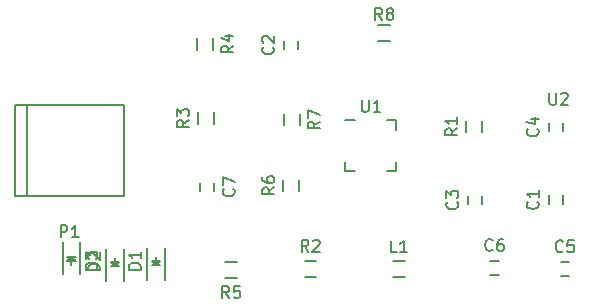
<source format=gto>
G04 #@! TF.FileFunction,Legend,Top*
%FSLAX46Y46*%
G04 Gerber Fmt 4.6, Leading zero omitted, Abs format (unit mm)*
G04 Created by KiCad (PCBNEW 4.0.0-rc1-stable) date 12/22/2015 11:03:48 PM*
%MOMM*%
G01*
G04 APERTURE LIST*
%ADD10C,0.100000*%
%ADD11C,0.150000*%
G04 APERTURE END LIST*
D10*
D11*
X101673660Y-110327440D02*
X101673660Y-118028720D01*
X100672900Y-110327440D02*
X100672900Y-118028720D01*
X100672900Y-118028720D02*
X109872780Y-118028720D01*
X109872780Y-118028720D02*
X109872780Y-110327440D01*
X109872780Y-110327440D02*
X100672900Y-110327440D01*
X118473600Y-123632600D02*
X119473600Y-123632600D01*
X119473600Y-124982600D02*
X118473600Y-124982600D01*
X145856400Y-118688600D02*
X145856400Y-117988600D01*
X147056400Y-117988600D02*
X147056400Y-118688600D01*
X123440900Y-105621000D02*
X123440900Y-104921000D01*
X124640900Y-104921000D02*
X124640900Y-105621000D01*
X139049200Y-118726700D02*
X139049200Y-118026700D01*
X140249200Y-118026700D02*
X140249200Y-118726700D01*
X145856400Y-112541800D02*
X145856400Y-111841800D01*
X147056400Y-111841800D02*
X147056400Y-112541800D01*
X146881800Y-123644100D02*
X147581800Y-123644100D01*
X147581800Y-124844100D02*
X146881800Y-124844100D01*
X140925500Y-123542500D02*
X141625500Y-123542500D01*
X141625500Y-124742500D02*
X140925500Y-124742500D01*
X117516200Y-116909800D02*
X117516200Y-117609800D01*
X116316200Y-117609800D02*
X116316200Y-116909800D01*
X113360900Y-125127820D02*
X113360900Y-122427820D01*
X111860900Y-125127820D02*
X111860900Y-122427820D01*
X112760900Y-123627820D02*
X112510900Y-123627820D01*
X112510900Y-123627820D02*
X112660900Y-123777820D01*
X112260900Y-123877820D02*
X112960900Y-123877820D01*
X112610900Y-123527820D02*
X112610900Y-123177820D01*
X112610900Y-123877820D02*
X112260900Y-123527820D01*
X112260900Y-123527820D02*
X112960900Y-123527820D01*
X112960900Y-123527820D02*
X112610900Y-123877820D01*
X109906500Y-125204020D02*
X109906500Y-122504020D01*
X108406500Y-125204020D02*
X108406500Y-122504020D01*
X109306500Y-123704020D02*
X109056500Y-123704020D01*
X109056500Y-123704020D02*
X109206500Y-123854020D01*
X108806500Y-123954020D02*
X109506500Y-123954020D01*
X109156500Y-123604020D02*
X109156500Y-123254020D01*
X109156500Y-123954020D02*
X108806500Y-123604020D01*
X108806500Y-123604020D02*
X109506500Y-123604020D01*
X109506500Y-123604020D02*
X109156500Y-123954020D01*
X104710800Y-121927820D02*
X104710800Y-124627820D01*
X106210800Y-121927820D02*
X106210800Y-124627820D01*
X105310800Y-123427820D02*
X105560800Y-123427820D01*
X105560800Y-123427820D02*
X105410800Y-123277820D01*
X105810800Y-123177820D02*
X105110800Y-123177820D01*
X105460800Y-123527820D02*
X105460800Y-123877820D01*
X105460800Y-123177820D02*
X105810800Y-123527820D01*
X105810800Y-123527820D02*
X105110800Y-123527820D01*
X105110800Y-123527820D02*
X105460800Y-123177820D01*
X133672200Y-124931800D02*
X132672200Y-124931800D01*
X132672200Y-123581800D02*
X133672200Y-123581800D01*
X140248000Y-111653700D02*
X140248000Y-112653700D01*
X138898000Y-112653700D02*
X138898000Y-111653700D01*
X126191900Y-124868300D02*
X125191900Y-124868300D01*
X125191900Y-123518300D02*
X126191900Y-123518300D01*
X117515000Y-110955200D02*
X117515000Y-111955200D01*
X116165000Y-111955200D02*
X116165000Y-110955200D01*
X116126900Y-105643300D02*
X116126900Y-104643300D01*
X117476900Y-104643300D02*
X117476900Y-105643300D01*
X124754000Y-116645500D02*
X124754000Y-117645500D01*
X123404000Y-117645500D02*
X123404000Y-116645500D01*
X123442100Y-112070200D02*
X123442100Y-111070200D01*
X124792100Y-111070200D02*
X124792100Y-112070200D01*
X132426900Y-104878500D02*
X131426900Y-104878500D01*
X131426900Y-103528500D02*
X132426900Y-103528500D01*
X132960000Y-111642000D02*
X132960000Y-112417000D01*
X128660000Y-115942000D02*
X128660000Y-115167000D01*
X132960000Y-115942000D02*
X132960000Y-115167000D01*
X128660000Y-111642000D02*
X129435000Y-111642000D01*
X128660000Y-115942000D02*
X129435000Y-115942000D01*
X132960000Y-115942000D02*
X132185000Y-115942000D01*
X132960000Y-111642000D02*
X132185000Y-111642000D01*
X104534745Y-121531641D02*
X104534745Y-120531641D01*
X104915698Y-120531641D01*
X105010936Y-120579260D01*
X105058555Y-120626879D01*
X105106174Y-120722117D01*
X105106174Y-120864974D01*
X105058555Y-120960212D01*
X105010936Y-121007831D01*
X104915698Y-121055450D01*
X104534745Y-121055450D01*
X106058555Y-121531641D02*
X105487126Y-121531641D01*
X105772840Y-121531641D02*
X105772840Y-120531641D01*
X105677602Y-120674498D01*
X105582364Y-120769736D01*
X105487126Y-120817355D01*
X118806934Y-126659981D02*
X118473600Y-126183790D01*
X118235505Y-126659981D02*
X118235505Y-125659981D01*
X118616458Y-125659981D01*
X118711696Y-125707600D01*
X118759315Y-125755219D01*
X118806934Y-125850457D01*
X118806934Y-125993314D01*
X118759315Y-126088552D01*
X118711696Y-126136171D01*
X118616458Y-126183790D01*
X118235505Y-126183790D01*
X119711696Y-125659981D02*
X119235505Y-125659981D01*
X119187886Y-126136171D01*
X119235505Y-126088552D01*
X119330743Y-126040933D01*
X119568839Y-126040933D01*
X119664077Y-126088552D01*
X119711696Y-126136171D01*
X119759315Y-126231410D01*
X119759315Y-126469505D01*
X119711696Y-126564743D01*
X119664077Y-126612362D01*
X119568839Y-126659981D01*
X119330743Y-126659981D01*
X119235505Y-126612362D01*
X119187886Y-126564743D01*
X144913543Y-118505266D02*
X144961162Y-118552885D01*
X145008781Y-118695742D01*
X145008781Y-118790980D01*
X144961162Y-118933838D01*
X144865924Y-119029076D01*
X144770686Y-119076695D01*
X144580210Y-119124314D01*
X144437352Y-119124314D01*
X144246876Y-119076695D01*
X144151638Y-119029076D01*
X144056400Y-118933838D01*
X144008781Y-118790980D01*
X144008781Y-118695742D01*
X144056400Y-118552885D01*
X144104019Y-118505266D01*
X145008781Y-117552885D02*
X145008781Y-118124314D01*
X145008781Y-117838600D02*
X144008781Y-117838600D01*
X144151638Y-117933838D01*
X144246876Y-118029076D01*
X144294495Y-118124314D01*
X122498043Y-105437666D02*
X122545662Y-105485285D01*
X122593281Y-105628142D01*
X122593281Y-105723380D01*
X122545662Y-105866238D01*
X122450424Y-105961476D01*
X122355186Y-106009095D01*
X122164710Y-106056714D01*
X122021852Y-106056714D01*
X121831376Y-106009095D01*
X121736138Y-105961476D01*
X121640900Y-105866238D01*
X121593281Y-105723380D01*
X121593281Y-105628142D01*
X121640900Y-105485285D01*
X121688519Y-105437666D01*
X121688519Y-105056714D02*
X121640900Y-105009095D01*
X121593281Y-104913857D01*
X121593281Y-104675761D01*
X121640900Y-104580523D01*
X121688519Y-104532904D01*
X121783757Y-104485285D01*
X121878995Y-104485285D01*
X122021852Y-104532904D01*
X122593281Y-105104333D01*
X122593281Y-104485285D01*
X138106343Y-118543366D02*
X138153962Y-118590985D01*
X138201581Y-118733842D01*
X138201581Y-118829080D01*
X138153962Y-118971938D01*
X138058724Y-119067176D01*
X137963486Y-119114795D01*
X137773010Y-119162414D01*
X137630152Y-119162414D01*
X137439676Y-119114795D01*
X137344438Y-119067176D01*
X137249200Y-118971938D01*
X137201581Y-118829080D01*
X137201581Y-118733842D01*
X137249200Y-118590985D01*
X137296819Y-118543366D01*
X137201581Y-118210033D02*
X137201581Y-117590985D01*
X137582533Y-117924319D01*
X137582533Y-117781461D01*
X137630152Y-117686223D01*
X137677771Y-117638604D01*
X137773010Y-117590985D01*
X138011105Y-117590985D01*
X138106343Y-117638604D01*
X138153962Y-117686223D01*
X138201581Y-117781461D01*
X138201581Y-118067176D01*
X138153962Y-118162414D01*
X138106343Y-118210033D01*
X144913543Y-112358466D02*
X144961162Y-112406085D01*
X145008781Y-112548942D01*
X145008781Y-112644180D01*
X144961162Y-112787038D01*
X144865924Y-112882276D01*
X144770686Y-112929895D01*
X144580210Y-112977514D01*
X144437352Y-112977514D01*
X144246876Y-112929895D01*
X144151638Y-112882276D01*
X144056400Y-112787038D01*
X144008781Y-112644180D01*
X144008781Y-112548942D01*
X144056400Y-112406085D01*
X144104019Y-112358466D01*
X144342114Y-111501323D02*
X145008781Y-111501323D01*
X143961162Y-111739419D02*
X144675448Y-111977514D01*
X144675448Y-111358466D01*
X147065134Y-122701243D02*
X147017515Y-122748862D01*
X146874658Y-122796481D01*
X146779420Y-122796481D01*
X146636562Y-122748862D01*
X146541324Y-122653624D01*
X146493705Y-122558386D01*
X146446086Y-122367910D01*
X146446086Y-122225052D01*
X146493705Y-122034576D01*
X146541324Y-121939338D01*
X146636562Y-121844100D01*
X146779420Y-121796481D01*
X146874658Y-121796481D01*
X147017515Y-121844100D01*
X147065134Y-121891719D01*
X147969896Y-121796481D02*
X147493705Y-121796481D01*
X147446086Y-122272671D01*
X147493705Y-122225052D01*
X147588943Y-122177433D01*
X147827039Y-122177433D01*
X147922277Y-122225052D01*
X147969896Y-122272671D01*
X148017515Y-122367910D01*
X148017515Y-122606005D01*
X147969896Y-122701243D01*
X147922277Y-122748862D01*
X147827039Y-122796481D01*
X147588943Y-122796481D01*
X147493705Y-122748862D01*
X147446086Y-122701243D01*
X141108834Y-122599643D02*
X141061215Y-122647262D01*
X140918358Y-122694881D01*
X140823120Y-122694881D01*
X140680262Y-122647262D01*
X140585024Y-122552024D01*
X140537405Y-122456786D01*
X140489786Y-122266310D01*
X140489786Y-122123452D01*
X140537405Y-121932976D01*
X140585024Y-121837738D01*
X140680262Y-121742500D01*
X140823120Y-121694881D01*
X140918358Y-121694881D01*
X141061215Y-121742500D01*
X141108834Y-121790119D01*
X141965977Y-121694881D02*
X141775500Y-121694881D01*
X141680262Y-121742500D01*
X141632643Y-121790119D01*
X141537405Y-121932976D01*
X141489786Y-122123452D01*
X141489786Y-122504405D01*
X141537405Y-122599643D01*
X141585024Y-122647262D01*
X141680262Y-122694881D01*
X141870739Y-122694881D01*
X141965977Y-122647262D01*
X142013596Y-122599643D01*
X142061215Y-122504405D01*
X142061215Y-122266310D01*
X142013596Y-122171071D01*
X141965977Y-122123452D01*
X141870739Y-122075833D01*
X141680262Y-122075833D01*
X141585024Y-122123452D01*
X141537405Y-122171071D01*
X141489786Y-122266310D01*
X119173343Y-117426466D02*
X119220962Y-117474085D01*
X119268581Y-117616942D01*
X119268581Y-117712180D01*
X119220962Y-117855038D01*
X119125724Y-117950276D01*
X119030486Y-117997895D01*
X118840010Y-118045514D01*
X118697152Y-118045514D01*
X118506676Y-117997895D01*
X118411438Y-117950276D01*
X118316200Y-117855038D01*
X118268581Y-117712180D01*
X118268581Y-117616942D01*
X118316200Y-117474085D01*
X118363819Y-117426466D01*
X118268581Y-117093133D02*
X118268581Y-116426466D01*
X119268581Y-116855038D01*
X111313281Y-124265915D02*
X110313281Y-124265915D01*
X110313281Y-124027820D01*
X110360900Y-123884962D01*
X110456138Y-123789724D01*
X110551376Y-123742105D01*
X110741852Y-123694486D01*
X110884710Y-123694486D01*
X111075186Y-123742105D01*
X111170424Y-123789724D01*
X111265662Y-123884962D01*
X111313281Y-124027820D01*
X111313281Y-124265915D01*
X111313281Y-122742105D02*
X111313281Y-123313534D01*
X111313281Y-123027820D02*
X110313281Y-123027820D01*
X110456138Y-123123058D01*
X110551376Y-123218296D01*
X110598995Y-123313534D01*
X107858881Y-124342115D02*
X106858881Y-124342115D01*
X106858881Y-124104020D01*
X106906500Y-123961162D01*
X107001738Y-123865924D01*
X107096976Y-123818305D01*
X107287452Y-123770686D01*
X107430310Y-123770686D01*
X107620786Y-123818305D01*
X107716024Y-123865924D01*
X107811262Y-123961162D01*
X107858881Y-124104020D01*
X107858881Y-124342115D01*
X106954119Y-123389734D02*
X106906500Y-123342115D01*
X106858881Y-123246877D01*
X106858881Y-123008781D01*
X106906500Y-122913543D01*
X106954119Y-122865924D01*
X107049357Y-122818305D01*
X107144595Y-122818305D01*
X107287452Y-122865924D01*
X107858881Y-123437353D01*
X107858881Y-122818305D01*
X107663181Y-124265915D02*
X106663181Y-124265915D01*
X106663181Y-124027820D01*
X106710800Y-123884962D01*
X106806038Y-123789724D01*
X106901276Y-123742105D01*
X107091752Y-123694486D01*
X107234610Y-123694486D01*
X107425086Y-123742105D01*
X107520324Y-123789724D01*
X107615562Y-123884962D01*
X107663181Y-124027820D01*
X107663181Y-124265915D01*
X106663181Y-123361153D02*
X106663181Y-122742105D01*
X107044133Y-123075439D01*
X107044133Y-122932581D01*
X107091752Y-122837343D01*
X107139371Y-122789724D01*
X107234610Y-122742105D01*
X107472705Y-122742105D01*
X107567943Y-122789724D01*
X107615562Y-122837343D01*
X107663181Y-122932581D01*
X107663181Y-123218296D01*
X107615562Y-123313534D01*
X107567943Y-123361153D01*
X133005534Y-122809181D02*
X132529343Y-122809181D01*
X132529343Y-121809181D01*
X133862677Y-122809181D02*
X133291248Y-122809181D01*
X133576962Y-122809181D02*
X133576962Y-121809181D01*
X133481724Y-121952038D01*
X133386486Y-122047276D01*
X133291248Y-122094895D01*
X138125381Y-112320366D02*
X137649190Y-112653700D01*
X138125381Y-112891795D02*
X137125381Y-112891795D01*
X137125381Y-112510842D01*
X137173000Y-112415604D01*
X137220619Y-112367985D01*
X137315857Y-112320366D01*
X137458714Y-112320366D01*
X137553952Y-112367985D01*
X137601571Y-112415604D01*
X137649190Y-112510842D01*
X137649190Y-112891795D01*
X138125381Y-111367985D02*
X138125381Y-111939414D01*
X138125381Y-111653700D02*
X137125381Y-111653700D01*
X137268238Y-111748938D01*
X137363476Y-111844176D01*
X137411095Y-111939414D01*
X125525234Y-122745681D02*
X125191900Y-122269490D01*
X124953805Y-122745681D02*
X124953805Y-121745681D01*
X125334758Y-121745681D01*
X125429996Y-121793300D01*
X125477615Y-121840919D01*
X125525234Y-121936157D01*
X125525234Y-122079014D01*
X125477615Y-122174252D01*
X125429996Y-122221871D01*
X125334758Y-122269490D01*
X124953805Y-122269490D01*
X125906186Y-121840919D02*
X125953805Y-121793300D01*
X126049043Y-121745681D01*
X126287139Y-121745681D01*
X126382377Y-121793300D01*
X126429996Y-121840919D01*
X126477615Y-121936157D01*
X126477615Y-122031395D01*
X126429996Y-122174252D01*
X125858567Y-122745681D01*
X126477615Y-122745681D01*
X115392381Y-111621866D02*
X114916190Y-111955200D01*
X115392381Y-112193295D02*
X114392381Y-112193295D01*
X114392381Y-111812342D01*
X114440000Y-111717104D01*
X114487619Y-111669485D01*
X114582857Y-111621866D01*
X114725714Y-111621866D01*
X114820952Y-111669485D01*
X114868571Y-111717104D01*
X114916190Y-111812342D01*
X114916190Y-112193295D01*
X114392381Y-111288533D02*
X114392381Y-110669485D01*
X114773333Y-111002819D01*
X114773333Y-110859961D01*
X114820952Y-110764723D01*
X114868571Y-110717104D01*
X114963810Y-110669485D01*
X115201905Y-110669485D01*
X115297143Y-110717104D01*
X115344762Y-110764723D01*
X115392381Y-110859961D01*
X115392381Y-111145676D01*
X115344762Y-111240914D01*
X115297143Y-111288533D01*
X119154281Y-105309966D02*
X118678090Y-105643300D01*
X119154281Y-105881395D02*
X118154281Y-105881395D01*
X118154281Y-105500442D01*
X118201900Y-105405204D01*
X118249519Y-105357585D01*
X118344757Y-105309966D01*
X118487614Y-105309966D01*
X118582852Y-105357585D01*
X118630471Y-105405204D01*
X118678090Y-105500442D01*
X118678090Y-105881395D01*
X118487614Y-104452823D02*
X119154281Y-104452823D01*
X118106662Y-104690919D02*
X118820948Y-104929014D01*
X118820948Y-104309966D01*
X122631381Y-117312166D02*
X122155190Y-117645500D01*
X122631381Y-117883595D02*
X121631381Y-117883595D01*
X121631381Y-117502642D01*
X121679000Y-117407404D01*
X121726619Y-117359785D01*
X121821857Y-117312166D01*
X121964714Y-117312166D01*
X122059952Y-117359785D01*
X122107571Y-117407404D01*
X122155190Y-117502642D01*
X122155190Y-117883595D01*
X121631381Y-116455023D02*
X121631381Y-116645500D01*
X121679000Y-116740738D01*
X121726619Y-116788357D01*
X121869476Y-116883595D01*
X122059952Y-116931214D01*
X122440905Y-116931214D01*
X122536143Y-116883595D01*
X122583762Y-116835976D01*
X122631381Y-116740738D01*
X122631381Y-116550261D01*
X122583762Y-116455023D01*
X122536143Y-116407404D01*
X122440905Y-116359785D01*
X122202810Y-116359785D01*
X122107571Y-116407404D01*
X122059952Y-116455023D01*
X122012333Y-116550261D01*
X122012333Y-116740738D01*
X122059952Y-116835976D01*
X122107571Y-116883595D01*
X122202810Y-116931214D01*
X126469481Y-111736866D02*
X125993290Y-112070200D01*
X126469481Y-112308295D02*
X125469481Y-112308295D01*
X125469481Y-111927342D01*
X125517100Y-111832104D01*
X125564719Y-111784485D01*
X125659957Y-111736866D01*
X125802814Y-111736866D01*
X125898052Y-111784485D01*
X125945671Y-111832104D01*
X125993290Y-111927342D01*
X125993290Y-112308295D01*
X125469481Y-111403533D02*
X125469481Y-110736866D01*
X126469481Y-111165438D01*
X131760234Y-103131881D02*
X131426900Y-102655690D01*
X131188805Y-103131881D02*
X131188805Y-102131881D01*
X131569758Y-102131881D01*
X131664996Y-102179500D01*
X131712615Y-102227119D01*
X131760234Y-102322357D01*
X131760234Y-102465214D01*
X131712615Y-102560452D01*
X131664996Y-102608071D01*
X131569758Y-102655690D01*
X131188805Y-102655690D01*
X132331662Y-102560452D02*
X132236424Y-102512833D01*
X132188805Y-102465214D01*
X132141186Y-102369976D01*
X132141186Y-102322357D01*
X132188805Y-102227119D01*
X132236424Y-102179500D01*
X132331662Y-102131881D01*
X132522139Y-102131881D01*
X132617377Y-102179500D01*
X132664996Y-102227119D01*
X132712615Y-102322357D01*
X132712615Y-102369976D01*
X132664996Y-102465214D01*
X132617377Y-102512833D01*
X132522139Y-102560452D01*
X132331662Y-102560452D01*
X132236424Y-102608071D01*
X132188805Y-102655690D01*
X132141186Y-102750929D01*
X132141186Y-102941405D01*
X132188805Y-103036643D01*
X132236424Y-103084262D01*
X132331662Y-103131881D01*
X132522139Y-103131881D01*
X132617377Y-103084262D01*
X132664996Y-103036643D01*
X132712615Y-102941405D01*
X132712615Y-102750929D01*
X132664996Y-102655690D01*
X132617377Y-102608071D01*
X132522139Y-102560452D01*
X130048095Y-109914381D02*
X130048095Y-110723905D01*
X130095714Y-110819143D01*
X130143333Y-110866762D01*
X130238571Y-110914381D01*
X130429048Y-110914381D01*
X130524286Y-110866762D01*
X130571905Y-110819143D01*
X130619524Y-110723905D01*
X130619524Y-109914381D01*
X131619524Y-110914381D02*
X131048095Y-110914381D01*
X131333809Y-110914381D02*
X131333809Y-109914381D01*
X131238571Y-110057238D01*
X131143333Y-110152476D01*
X131048095Y-110200095D01*
X145923095Y-109307381D02*
X145923095Y-110116905D01*
X145970714Y-110212143D01*
X146018333Y-110259762D01*
X146113571Y-110307381D01*
X146304048Y-110307381D01*
X146399286Y-110259762D01*
X146446905Y-110212143D01*
X146494524Y-110116905D01*
X146494524Y-109307381D01*
X146923095Y-109402619D02*
X146970714Y-109355000D01*
X147065952Y-109307381D01*
X147304048Y-109307381D01*
X147399286Y-109355000D01*
X147446905Y-109402619D01*
X147494524Y-109497857D01*
X147494524Y-109593095D01*
X147446905Y-109735952D01*
X146875476Y-110307381D01*
X147494524Y-110307381D01*
M02*

</source>
